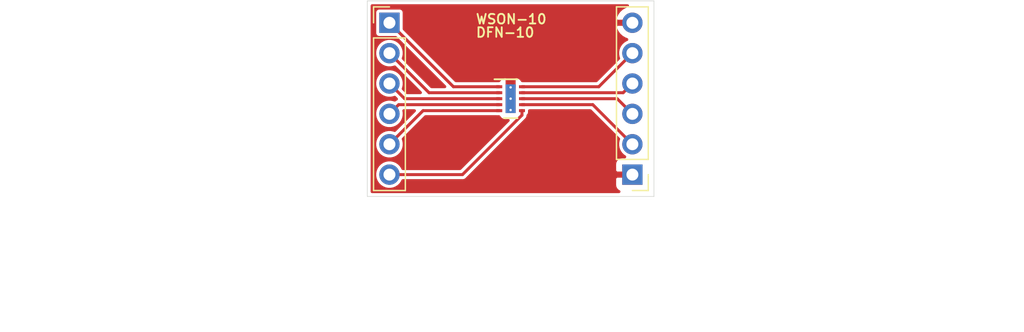
<source format=kicad_pcb>
(kicad_pcb (version 20171130) (host pcbnew "(5.1.5-0-10_14)")

  (general
    (thickness 1.6)
    (drawings 7)
    (tracks 22)
    (zones 0)
    (modules 3)
    (nets 12)
  )

  (page A4)
  (layers
    (0 F.Cu signal)
    (31 B.Cu signal)
    (32 B.Adhes user)
    (33 F.Adhes user)
    (34 B.Paste user)
    (35 F.Paste user)
    (36 B.SilkS user)
    (37 F.SilkS user)
    (38 B.Mask user)
    (39 F.Mask user)
    (40 Dwgs.User user)
    (41 Cmts.User user)
    (42 Eco1.User user)
    (43 Eco2.User user)
    (44 Edge.Cuts user)
    (45 Margin user)
    (46 B.CrtYd user)
    (47 F.CrtYd user)
    (48 B.Fab user)
    (49 F.Fab user)
  )

  (setup
    (last_trace_width 0.84)
    (user_trace_width 0.25)
    (user_trace_width 0.84)
    (trace_clearance 0.2)
    (zone_clearance 0.254)
    (zone_45_only no)
    (trace_min 0.2)
    (via_size 0.8)
    (via_drill 0.4)
    (via_min_size 0.4)
    (via_min_drill 0.3)
    (uvia_size 0.3)
    (uvia_drill 0.1)
    (uvias_allowed no)
    (uvia_min_size 0.2)
    (uvia_min_drill 0.1)
    (edge_width 0.05)
    (segment_width 0.2)
    (pcb_text_width 0.3)
    (pcb_text_size 1.5 1.5)
    (mod_edge_width 0.12)
    (mod_text_size 1 1)
    (mod_text_width 0.15)
    (pad_size 1.524 1.524)
    (pad_drill 0.762)
    (pad_to_mask_clearance 0.051)
    (solder_mask_min_width 0.25)
    (aux_axis_origin 0 0)
    (visible_elements FFFFFF7F)
    (pcbplotparams
      (layerselection 0x010fc_ffffffff)
      (usegerberextensions false)
      (usegerberattributes false)
      (usegerberadvancedattributes false)
      (creategerberjobfile false)
      (excludeedgelayer true)
      (linewidth 0.100000)
      (plotframeref false)
      (viasonmask false)
      (mode 1)
      (useauxorigin false)
      (hpglpennumber 1)
      (hpglpenspeed 20)
      (hpglpendiameter 15.000000)
      (psnegative false)
      (psa4output false)
      (plotreference true)
      (plotvalue true)
      (plotinvisibletext false)
      (padsonsilk false)
      (subtractmaskfromsilk false)
      (outputformat 1)
      (mirror false)
      (drillshape 0)
      (scaleselection 1)
      (outputdirectory "../gerbers/WSON-10-V1/"))
  )

  (net 0 "")
  (net 1 PAD)
  (net 2 VOS)
  (net 3 SW)
  (net 4 nSLEEP)
  (net 5 PG)
  (net 6 AGND)
  (net 7 FB)
  (net 8 EN)
  (net 9 VIN)
  (net 10 PGND)
  (net 11 NC)

  (net_class Default "This is the default net class."
    (clearance 0.2)
    (trace_width 0.25)
    (via_dia 0.8)
    (via_drill 0.4)
    (uvia_dia 0.3)
    (uvia_drill 0.1)
    (add_net AGND)
    (add_net EN)
    (add_net FB)
    (add_net NC)
    (add_net PAD)
    (add_net PG)
    (add_net PGND)
    (add_net SW)
    (add_net VIN)
    (add_net VOS)
    (add_net nSLEEP)
  )

  (module Package_SON:WSON-10-1EP_2x3mm_P0.5mm_EP0.84x2.4mm_ThermalVias (layer F.Cu) (tedit 5A65F2FF) (tstamp 5EDF3BD9)
    (at 67.1576 58.166)
    (descr "WSON-10 package 2x3mm body, pitch 0.5mm, thermal vias and counter-pad, see http://www.ti.com/lit/ds/symlink/tps62177.pdf")
    (tags "WSON 0.5 thermal vias")
    (path /5ED7E347)
    (attr smd)
    (fp_text reference U1 (at 0 -2.55) (layer F.SilkS) hide
      (effects (font (size 1 1) (thickness 0.15)))
    )
    (fp_text value TPS62177DQC (at 0 2.55) (layer F.Fab) hide
      (effects (font (size 1 1) (thickness 0.15)))
    )
    (fp_line (start -1.35 -1.625) (end 0.575 -1.625) (layer F.SilkS) (width 0.15))
    (fp_line (start -0.575 1.625) (end 0.575 1.625) (layer F.SilkS) (width 0.15))
    (fp_line (start -1.55 1.8) (end 1.55 1.8) (layer F.CrtYd) (width 0.05))
    (fp_line (start -1.55 -1.8) (end 1.55 -1.8) (layer F.CrtYd) (width 0.05))
    (fp_line (start 1.55 -1.8) (end 1.55 1.8) (layer F.CrtYd) (width 0.05))
    (fp_line (start -1.55 -1.8) (end -1.55 1.8) (layer F.CrtYd) (width 0.05))
    (fp_line (start -1 -0.5) (end 0 -1.5) (layer F.Fab) (width 0.15))
    (fp_line (start -1 1.5) (end -1 -0.5) (layer F.Fab) (width 0.15))
    (fp_line (start 1 1.5) (end -1 1.5) (layer F.Fab) (width 0.15))
    (fp_line (start 1 -1.5) (end 1 1.5) (layer F.Fab) (width 0.15))
    (fp_line (start 0 -1.5) (end 1 -1.5) (layer F.Fab) (width 0.15))
    (fp_text user %R (at 0 0) (layer F.Fab) hide
      (effects (font (size 0.5 0.5) (thickness 0.075)))
    )
    (pad "" smd rect (at 0 0.475) (size 0.65 0.7) (layers F.Paste))
    (pad "" smd rect (at 0 -0.475) (size 0.65 0.7) (layers F.Paste))
    (pad 11 smd rect (at 0 0) (size 0.84 2.4) (layers F.Cu F.Mask)
      (net 1 PAD))
    (pad 10 smd rect (at 0.95 -1) (size 0.5 0.25) (layers F.Cu F.Paste F.Mask)
      (net 2 VOS))
    (pad 9 smd rect (at 0.95 -0.5) (size 0.5 0.25) (layers F.Cu F.Paste F.Mask)
      (net 3 SW))
    (pad 8 smd rect (at 0.95 0) (size 0.5 0.25) (layers F.Cu F.Paste F.Mask)
      (net 4 nSLEEP))
    (pad 7 smd rect (at 0.95 0.5) (size 0.5 0.25) (layers F.Cu F.Paste F.Mask)
      (net 5 PG))
    (pad 6 smd rect (at 0.95 1) (size 0.5 0.25) (layers F.Cu F.Paste F.Mask)
      (net 6 AGND))
    (pad 5 smd rect (at -0.95 1) (size 0.5 0.25) (layers F.Cu F.Paste F.Mask)
      (net 7 FB))
    (pad 4 smd rect (at -0.95 0.5) (size 0.5 0.25) (layers F.Cu F.Paste F.Mask)
      (net 11 NC))
    (pad 3 smd rect (at -0.95 0) (size 0.5 0.25) (layers F.Cu F.Paste F.Mask)
      (net 8 EN))
    (pad 2 smd rect (at -0.95 -0.5) (size 0.5 0.25) (layers F.Cu F.Paste F.Mask)
      (net 9 VIN))
    (pad 1 smd rect (at -0.95 -1) (size 0.5 0.25) (layers F.Cu F.Paste F.Mask)
      (net 10 PGND))
    (pad 11 smd rect (at 0 0) (size 0.84 2.4) (layers B.Cu)
      (net 1 PAD))
    (pad 11 thru_hole circle (at 0 0) (size 0.5 0.5) (drill 0.2) (layers *.Cu F.Mask)
      (net 1 PAD))
    (pad 11 thru_hole circle (at 0 -0.95) (size 0.5 0.5) (drill 0.2) (layers *.Cu F.Mask)
      (net 1 PAD))
    (pad 11 thru_hole circle (at 0 0.95) (size 0.5 0.5) (drill 0.2) (layers *.Cu F.Mask)
      (net 1 PAD))
    (model ${KISYS3DMOD}/Package_SON.3dshapes/WSON-10-1EP_2x3mm_Pitch0.5mm_EP0.84x2.4mm.wrl
      (at (xyz 0 0 0))
      (scale (xyz 1 1 1))
      (rotate (xyz 0 0 0))
    )
  )

  (module Connector_PinHeader_2.54mm:PinHeader_1x06_P2.54mm_Vertical (layer F.Cu) (tedit 59FED5CC) (tstamp 5ED7F8DB)
    (at 77.343 64.516 180)
    (descr "Through hole straight pin header, 1x06, 2.54mm pitch, single row")
    (tags "Through hole pin header THT 1x06 2.54mm single row")
    (path /5ED943AD)
    (fp_text reference J2 (at 0 -2.33) (layer F.SilkS) hide
      (effects (font (size 1 1) (thickness 0.15)))
    )
    (fp_text value Conn_01x06_Male (at 0 15.03) (layer F.Fab) hide
      (effects (font (size 1 1) (thickness 0.15)))
    )
    (fp_text user %R (at 0 6.35 90) (layer F.Fab) hide
      (effects (font (size 1 1) (thickness 0.15)))
    )
    (fp_line (start 1.8 -1.8) (end -1.8 -1.8) (layer F.CrtYd) (width 0.05))
    (fp_line (start 1.8 14.5) (end 1.8 -1.8) (layer F.CrtYd) (width 0.05))
    (fp_line (start -1.8 14.5) (end 1.8 14.5) (layer F.CrtYd) (width 0.05))
    (fp_line (start -1.8 -1.8) (end -1.8 14.5) (layer F.CrtYd) (width 0.05))
    (fp_line (start -1.33 -1.33) (end 0 -1.33) (layer F.SilkS) (width 0.12))
    (fp_line (start -1.33 0) (end -1.33 -1.33) (layer F.SilkS) (width 0.12))
    (fp_line (start -1.33 1.27) (end 1.33 1.27) (layer F.SilkS) (width 0.12))
    (fp_line (start 1.33 1.27) (end 1.33 14.03) (layer F.SilkS) (width 0.12))
    (fp_line (start -1.33 1.27) (end -1.33 14.03) (layer F.SilkS) (width 0.12))
    (fp_line (start -1.33 14.03) (end 1.33 14.03) (layer F.SilkS) (width 0.12))
    (fp_line (start -1.27 -0.635) (end -0.635 -1.27) (layer F.Fab) (width 0.1))
    (fp_line (start -1.27 13.97) (end -1.27 -0.635) (layer F.Fab) (width 0.1))
    (fp_line (start 1.27 13.97) (end -1.27 13.97) (layer F.Fab) (width 0.1))
    (fp_line (start 1.27 -1.27) (end 1.27 13.97) (layer F.Fab) (width 0.1))
    (fp_line (start -0.635 -1.27) (end 1.27 -1.27) (layer F.Fab) (width 0.1))
    (pad 6 thru_hole oval (at 0 12.7 180) (size 1.7 1.7) (drill 1) (layers *.Cu *.Mask)
      (net 1 PAD))
    (pad 5 thru_hole oval (at 0 10.16 180) (size 1.7 1.7) (drill 1) (layers *.Cu *.Mask)
      (net 2 VOS))
    (pad 4 thru_hole oval (at 0 7.62 180) (size 1.7 1.7) (drill 1) (layers *.Cu *.Mask)
      (net 3 SW))
    (pad 3 thru_hole oval (at 0 5.08 180) (size 1.7 1.7) (drill 1) (layers *.Cu *.Mask)
      (net 4 nSLEEP))
    (pad 2 thru_hole oval (at 0 2.54 180) (size 1.7 1.7) (drill 1) (layers *.Cu *.Mask)
      (net 5 PG))
    (pad 1 thru_hole rect (at 0 0 180) (size 1.7 1.7) (drill 1) (layers *.Cu *.Mask)
      (net 1 PAD))
    (model ${KISYS3DMOD}/Connector_PinHeader_2.54mm.3dshapes/PinHeader_1x06_P2.54mm_Vertical.wrl
      (at (xyz 0 0 0))
      (scale (xyz 1 1 1))
      (rotate (xyz 0 0 0))
    )
  )

  (module Connector_PinHeader_2.54mm:PinHeader_1x06_P2.54mm_Vertical (layer F.Cu) (tedit 59FED5CC) (tstamp 5ED7F8C1)
    (at 57.023 51.816)
    (descr "Through hole straight pin header, 1x06, 2.54mm pitch, single row")
    (tags "Through hole pin header THT 1x06 2.54mm single row")
    (path /5ED9287E)
    (fp_text reference J1 (at 0 -2.33) (layer F.SilkS) hide
      (effects (font (size 1 1) (thickness 0.15)))
    )
    (fp_text value Conn_01x06_Male (at 0 15.03) (layer F.Fab) hide
      (effects (font (size 1 1) (thickness 0.15)))
    )
    (fp_text user %R (at 0 6.35 90) (layer F.Fab) hide
      (effects (font (size 1 1) (thickness 0.15)))
    )
    (fp_line (start 1.8 -1.8) (end -1.8 -1.8) (layer F.CrtYd) (width 0.05))
    (fp_line (start 1.8 14.5) (end 1.8 -1.8) (layer F.CrtYd) (width 0.05))
    (fp_line (start -1.8 14.5) (end 1.8 14.5) (layer F.CrtYd) (width 0.05))
    (fp_line (start -1.8 -1.8) (end -1.8 14.5) (layer F.CrtYd) (width 0.05))
    (fp_line (start -1.33 -1.33) (end 0 -1.33) (layer F.SilkS) (width 0.12))
    (fp_line (start -1.33 0) (end -1.33 -1.33) (layer F.SilkS) (width 0.12))
    (fp_line (start -1.33 1.27) (end 1.33 1.27) (layer F.SilkS) (width 0.12))
    (fp_line (start 1.33 1.27) (end 1.33 14.03) (layer F.SilkS) (width 0.12))
    (fp_line (start -1.33 1.27) (end -1.33 14.03) (layer F.SilkS) (width 0.12))
    (fp_line (start -1.33 14.03) (end 1.33 14.03) (layer F.SilkS) (width 0.12))
    (fp_line (start -1.27 -0.635) (end -0.635 -1.27) (layer F.Fab) (width 0.1))
    (fp_line (start -1.27 13.97) (end -1.27 -0.635) (layer F.Fab) (width 0.1))
    (fp_line (start 1.27 13.97) (end -1.27 13.97) (layer F.Fab) (width 0.1))
    (fp_line (start 1.27 -1.27) (end 1.27 13.97) (layer F.Fab) (width 0.1))
    (fp_line (start -0.635 -1.27) (end 1.27 -1.27) (layer F.Fab) (width 0.1))
    (pad 6 thru_hole oval (at 0 12.7) (size 1.7 1.7) (drill 1) (layers *.Cu *.Mask)
      (net 6 AGND))
    (pad 5 thru_hole oval (at 0 10.16) (size 1.7 1.7) (drill 1) (layers *.Cu *.Mask)
      (net 7 FB))
    (pad 4 thru_hole oval (at 0 7.62) (size 1.7 1.7) (drill 1) (layers *.Cu *.Mask)
      (net 11 NC))
    (pad 3 thru_hole oval (at 0 5.08) (size 1.7 1.7) (drill 1) (layers *.Cu *.Mask)
      (net 8 EN))
    (pad 2 thru_hole oval (at 0 2.54) (size 1.7 1.7) (drill 1) (layers *.Cu *.Mask)
      (net 9 VIN))
    (pad 1 thru_hole rect (at 0 0) (size 1.7 1.7) (drill 1) (layers *.Cu *.Mask)
      (net 10 PGND))
    (model ${KISYS3DMOD}/Connector_PinHeader_2.54mm.3dshapes/PinHeader_1x06_P2.54mm_Vertical.wrl
      (at (xyz 0 0 0))
      (scale (xyz 1 1 1))
      (rotate (xyz 0 0 0))
    )
  )

  (gr_text "Thermal relief between the top and bottom copper layers is specifically \nfor the TPS62177DQ Buck Regulator. However this board could be used\nfor other WSON-10 or small width DFN-10 type packages using a reflow\nsoldering method. " (at 67.2846 72.6948) (layer Cmts.User)
    (effects (font (size 1.5 1.5) (thickness 0.3)))
  )
  (gr_line (start 55.1688 66.3448) (end 79.1464 66.3448) (layer Edge.Cuts) (width 0.05))
  (gr_text DFN-10 (at 66.7004 52.6288) (layer F.SilkS)
    (effects (font (size 0.8 0.8) (thickness 0.15)))
  )
  (gr_text WSON-10 (at 67.2084 51.5112) (layer F.SilkS)
    (effects (font (size 0.8 0.8) (thickness 0.15)))
  )
  (gr_line (start 79.1464 49.9872) (end 55.1688 49.9872) (layer Edge.Cuts) (width 0.05) (tstamp 5ED7F299))
  (gr_line (start 79.1464 66.3448) (end 79.1464 49.9872) (layer Edge.Cuts) (width 0.05))
  (gr_line (start 55.1688 49.9872) (end 55.1688 66.3448) (layer Edge.Cuts) (width 0.05))

  (segment (start 67.1576 57.216) (end 67.1576 52.9844) (width 0.84) (layer F.Cu) (net 1))
  (segment (start 74.533 57.166) (end 77.343 54.356) (width 0.25) (layer F.Cu) (net 2))
  (segment (start 68.1076 57.166) (end 74.533 57.166) (width 0.25) (layer F.Cu) (net 2))
  (segment (start 76.573 57.666) (end 77.343 56.896) (width 0.25) (layer F.Cu) (net 3))
  (segment (start 68.1076 57.666) (end 76.573 57.666) (width 0.25) (layer F.Cu) (net 3))
  (segment (start 76.073 58.166) (end 77.343 59.436) (width 0.25) (layer F.Cu) (net 4))
  (segment (start 68.1076 58.166) (end 76.073 58.166) (width 0.25) (layer F.Cu) (net 4))
  (segment (start 74.033 58.666) (end 77.343 61.976) (width 0.25) (layer F.Cu) (net 5))
  (segment (start 68.1076 58.666) (end 74.033 58.666) (width 0.25) (layer F.Cu) (net 5))
  (segment (start 68.1076 59.541) (end 68.1076 59.166) (width 0.25) (layer F.Cu) (net 6))
  (segment (start 63.1326 64.516) (end 68.1076 59.541) (width 0.25) (layer F.Cu) (net 6))
  (segment (start 57.023 64.516) (end 63.1326 64.516) (width 0.25) (layer F.Cu) (net 6))
  (segment (start 59.833 59.166) (end 57.023 61.976) (width 0.25) (layer F.Cu) (net 7))
  (segment (start 66.2076 59.166) (end 59.833 59.166) (width 0.25) (layer F.Cu) (net 7))
  (segment (start 58.293 58.166) (end 57.023 56.896) (width 0.25) (layer F.Cu) (net 8))
  (segment (start 66.2076 58.166) (end 58.293 58.166) (width 0.25) (layer F.Cu) (net 8))
  (segment (start 60.333 57.666) (end 57.023 54.356) (width 0.25) (layer F.Cu) (net 9))
  (segment (start 66.2076 57.666) (end 60.333 57.666) (width 0.25) (layer F.Cu) (net 9))
  (segment (start 62.373 57.166) (end 57.023 51.816) (width 0.25) (layer F.Cu) (net 10))
  (segment (start 66.2076 57.166) (end 62.373 57.166) (width 0.25) (layer F.Cu) (net 10))
  (segment (start 57.793 58.666) (end 57.023 59.436) (width 0.25) (layer F.Cu) (net 11))
  (segment (start 66.2076 58.666) (end 57.793 58.666) (width 0.25) (layer F.Cu) (net 11))

  (zone (net 1) (net_name PAD) (layer F.Cu) (tstamp 5EDF3D57) (hatch edge 0.508)
    (connect_pads (clearance 0.254))
    (min_thickness 0.254)
    (fill yes (arc_segments 32) (thermal_gap 0.508) (thermal_bridge_width 0.508))
    (polygon
      (pts
        (xy 79.248 66.421) (xy 55.118 66.421) (xy 55.118 49.911) (xy 79.248 49.911)
      )
    )
    (filled_polygon
      (pts
        (xy 76.711748 50.471843) (xy 76.461645 50.620822) (xy 76.245412 50.815731) (xy 76.071359 51.04908) (xy 75.946175 51.311901)
        (xy 75.901524 51.45911) (xy 76.022845 51.689) (xy 77.216 51.689) (xy 77.216 51.669) (xy 77.47 51.669)
        (xy 77.47 51.689) (xy 77.49 51.689) (xy 77.49 51.943) (xy 77.47 51.943) (xy 77.47 51.963)
        (xy 77.216 51.963) (xy 77.216 51.943) (xy 76.022845 51.943) (xy 75.901524 52.17289) (xy 75.946175 52.320099)
        (xy 76.071359 52.58292) (xy 76.245412 52.816269) (xy 76.461645 53.011178) (xy 76.711748 53.160157) (xy 76.874168 53.217772)
        (xy 76.759903 53.265102) (xy 76.558283 53.39982) (xy 76.38682 53.571283) (xy 76.252102 53.772903) (xy 76.159307 53.996931)
        (xy 76.112 54.234757) (xy 76.112 54.477243) (xy 76.159307 54.715069) (xy 76.191242 54.792167) (xy 74.323409 56.66)
        (xy 68.376313 56.66) (xy 68.3576 56.658157) (xy 68.133073 56.658157) (xy 68.108137 56.611506) (xy 68.028785 56.514815)
        (xy 67.932094 56.435463) (xy 67.82178 56.376498) (xy 67.702082 56.340188) (xy 67.5776 56.327928) (xy 67.44335 56.331)
        (xy 67.410494 56.363856) (xy 67.284602 56.338986) (xy 67.284602 56.331) (xy 67.244174 56.331) (xy 67.243602 56.330887)
        (xy 67.157579 56.331) (xy 67.030598 56.331) (xy 67.030598 56.338862) (xy 66.904889 56.364039) (xy 66.87185 56.331)
        (xy 66.7376 56.327928) (xy 66.613118 56.340188) (xy 66.49342 56.376498) (xy 66.383106 56.435463) (xy 66.286415 56.514815)
        (xy 66.207063 56.611506) (xy 66.182127 56.658157) (xy 65.9576 56.658157) (xy 65.938887 56.66) (xy 62.582592 56.66)
        (xy 58.255843 52.333252) (xy 58.255843 50.966) (xy 58.248487 50.891311) (xy 58.226701 50.819492) (xy 58.191322 50.753304)
        (xy 58.143711 50.695289) (xy 58.085696 50.647678) (xy 58.019508 50.612299) (xy 57.947689 50.590513) (xy 57.873 50.583157)
        (xy 56.173 50.583157) (xy 56.098311 50.590513) (xy 56.026492 50.612299) (xy 55.960304 50.647678) (xy 55.902289 50.695289)
        (xy 55.854678 50.753304) (xy 55.819299 50.819492) (xy 55.797513 50.891311) (xy 55.790157 50.966) (xy 55.790157 52.666)
        (xy 55.797513 52.740689) (xy 55.819299 52.812508) (xy 55.854678 52.878696) (xy 55.902289 52.936711) (xy 55.960304 52.984322)
        (xy 56.026492 53.019701) (xy 56.098311 53.041487) (xy 56.173 53.048843) (xy 57.540252 53.048843) (xy 61.651408 57.16)
        (xy 60.542592 57.16) (xy 58.174758 54.792167) (xy 58.206693 54.715069) (xy 58.254 54.477243) (xy 58.254 54.234757)
        (xy 58.206693 53.996931) (xy 58.113898 53.772903) (xy 57.97918 53.571283) (xy 57.807717 53.39982) (xy 57.606097 53.265102)
        (xy 57.382069 53.172307) (xy 57.144243 53.125) (xy 56.901757 53.125) (xy 56.663931 53.172307) (xy 56.439903 53.265102)
        (xy 56.238283 53.39982) (xy 56.06682 53.571283) (xy 55.932102 53.772903) (xy 55.839307 53.996931) (xy 55.792 54.234757)
        (xy 55.792 54.477243) (xy 55.839307 54.715069) (xy 55.932102 54.939097) (xy 56.06682 55.140717) (xy 56.238283 55.31218)
        (xy 56.439903 55.446898) (xy 56.663931 55.539693) (xy 56.901757 55.587) (xy 57.144243 55.587) (xy 57.382069 55.539693)
        (xy 57.459167 55.507758) (xy 59.611408 57.66) (xy 58.502592 57.66) (xy 58.174758 57.332167) (xy 58.206693 57.255069)
        (xy 58.254 57.017243) (xy 58.254 56.774757) (xy 58.206693 56.536931) (xy 58.113898 56.312903) (xy 57.97918 56.111283)
        (xy 57.807717 55.93982) (xy 57.606097 55.805102) (xy 57.382069 55.712307) (xy 57.144243 55.665) (xy 56.901757 55.665)
        (xy 56.663931 55.712307) (xy 56.439903 55.805102) (xy 56.238283 55.93982) (xy 56.06682 56.111283) (xy 55.932102 56.312903)
        (xy 55.839307 56.536931) (xy 55.792 56.774757) (xy 55.792 57.017243) (xy 55.839307 57.255069) (xy 55.932102 57.479097)
        (xy 56.06682 57.680717) (xy 56.238283 57.85218) (xy 56.439903 57.986898) (xy 56.663931 58.079693) (xy 56.901757 58.127)
        (xy 57.144243 58.127) (xy 57.382069 58.079693) (xy 57.459167 58.047758) (xy 57.605513 58.194105) (xy 57.598425 58.196255)
        (xy 57.510521 58.243241) (xy 57.460094 58.284626) (xy 57.382069 58.252307) (xy 57.144243 58.205) (xy 56.901757 58.205)
        (xy 56.663931 58.252307) (xy 56.439903 58.345102) (xy 56.238283 58.47982) (xy 56.06682 58.651283) (xy 55.932102 58.852903)
        (xy 55.839307 59.076931) (xy 55.792 59.314757) (xy 55.792 59.557243) (xy 55.839307 59.795069) (xy 55.932102 60.019097)
        (xy 56.06682 60.220717) (xy 56.238283 60.39218) (xy 56.439903 60.526898) (xy 56.663931 60.619693) (xy 56.901757 60.667)
        (xy 57.144243 60.667) (xy 57.382069 60.619693) (xy 57.606097 60.526898) (xy 57.807717 60.39218) (xy 57.97918 60.220717)
        (xy 58.113898 60.019097) (xy 58.206693 59.795069) (xy 58.254 59.557243) (xy 58.254 59.314757) (xy 58.225604 59.172)
        (xy 59.111408 59.172) (xy 57.459167 60.824242) (xy 57.382069 60.792307) (xy 57.144243 60.745) (xy 56.901757 60.745)
        (xy 56.663931 60.792307) (xy 56.439903 60.885102) (xy 56.238283 61.01982) (xy 56.06682 61.191283) (xy 55.932102 61.392903)
        (xy 55.839307 61.616931) (xy 55.792 61.854757) (xy 55.792 62.097243) (xy 55.839307 62.335069) (xy 55.932102 62.559097)
        (xy 56.06682 62.760717) (xy 56.238283 62.93218) (xy 56.439903 63.066898) (xy 56.663931 63.159693) (xy 56.901757 63.207)
        (xy 57.144243 63.207) (xy 57.382069 63.159693) (xy 57.606097 63.066898) (xy 57.807717 62.93218) (xy 57.97918 62.760717)
        (xy 58.113898 62.559097) (xy 58.206693 62.335069) (xy 58.254 62.097243) (xy 58.254 61.854757) (xy 58.206693 61.616931)
        (xy 58.174758 61.539833) (xy 60.042592 59.672) (xy 65.938887 59.672) (xy 65.9576 59.673843) (xy 66.182127 59.673843)
        (xy 66.207063 59.720494) (xy 66.286415 59.817185) (xy 66.383106 59.896537) (xy 66.49342 59.955502) (xy 66.613118 59.991812)
        (xy 66.7376 60.004072) (xy 66.87185 60.001) (xy 66.904706 59.968144) (xy 66.95494 59.978068) (xy 62.923009 64.01)
        (xy 58.145832 64.01) (xy 58.113898 63.932903) (xy 57.97918 63.731283) (xy 57.807717 63.55982) (xy 57.606097 63.425102)
        (xy 57.382069 63.332307) (xy 57.144243 63.285) (xy 56.901757 63.285) (xy 56.663931 63.332307) (xy 56.439903 63.425102)
        (xy 56.238283 63.55982) (xy 56.06682 63.731283) (xy 55.932102 63.932903) (xy 55.839307 64.156931) (xy 55.792 64.394757)
        (xy 55.792 64.637243) (xy 55.839307 64.875069) (xy 55.932102 65.099097) (xy 56.06682 65.300717) (xy 56.238283 65.47218)
        (xy 56.439903 65.606898) (xy 56.663931 65.699693) (xy 56.901757 65.747) (xy 57.144243 65.747) (xy 57.382069 65.699693)
        (xy 57.606097 65.606898) (xy 57.807717 65.47218) (xy 57.97918 65.300717) (xy 58.113898 65.099097) (xy 58.145832 65.022)
        (xy 63.107754 65.022) (xy 63.1326 65.024447) (xy 63.157446 65.022) (xy 63.157454 65.022) (xy 63.231793 65.014678)
        (xy 63.327175 64.985745) (xy 63.415079 64.938759) (xy 63.492127 64.875527) (xy 63.507976 64.856215) (xy 68.44782 59.916372)
        (xy 68.467127 59.900527) (xy 68.530359 59.823479) (xy 68.577345 59.735575) (xy 68.606278 59.640193) (xy 68.61275 59.574481)
        (xy 68.628311 59.561711) (xy 68.675922 59.503696) (xy 68.711301 59.437508) (xy 68.733087 59.365689) (xy 68.740443 59.291)
        (xy 68.740443 59.172) (xy 73.823409 59.172) (xy 76.191242 61.539833) (xy 76.159307 61.616931) (xy 76.112 61.854757)
        (xy 76.112 62.097243) (xy 76.159307 62.335069) (xy 76.252102 62.559097) (xy 76.38682 62.760717) (xy 76.558283 62.93218)
        (xy 76.703294 63.029073) (xy 76.493 63.027928) (xy 76.368518 63.040188) (xy 76.24882 63.076498) (xy 76.138506 63.135463)
        (xy 76.041815 63.214815) (xy 75.962463 63.311506) (xy 75.903498 63.42182) (xy 75.867188 63.541518) (xy 75.854928 63.666)
        (xy 75.858 64.23025) (xy 76.01675 64.389) (xy 77.216 64.389) (xy 77.216 64.369) (xy 77.47 64.369)
        (xy 77.47 64.389) (xy 77.49 64.389) (xy 77.49 64.643) (xy 77.47 64.643) (xy 77.47 64.663)
        (xy 77.216 64.663) (xy 77.216 64.643) (xy 76.01675 64.643) (xy 75.858 64.80175) (xy 75.854928 65.366)
        (xy 75.867188 65.490482) (xy 75.903498 65.61018) (xy 75.962463 65.720494) (xy 76.041815 65.817185) (xy 76.138506 65.896537)
        (xy 76.217573 65.9388) (xy 55.5748 65.9388) (xy 55.5748 50.3932) (xy 76.933446 50.3932)
      )
    )
    (filled_polygon
      (pts
        (xy 67.071598 58.101113) (xy 67.245928 58.100884) (xy 67.291289 58.091799) (xy 67.3046 58.10511) (xy 67.3046 58.22689)
        (xy 67.2912 58.24029) (xy 67.243602 58.230887) (xy 67.069272 58.231116) (xy 67.023911 58.240201) (xy 67.0106 58.22689)
        (xy 67.0106 58.10511) (xy 67.024 58.09171)
      )
    )
  )
)

</source>
